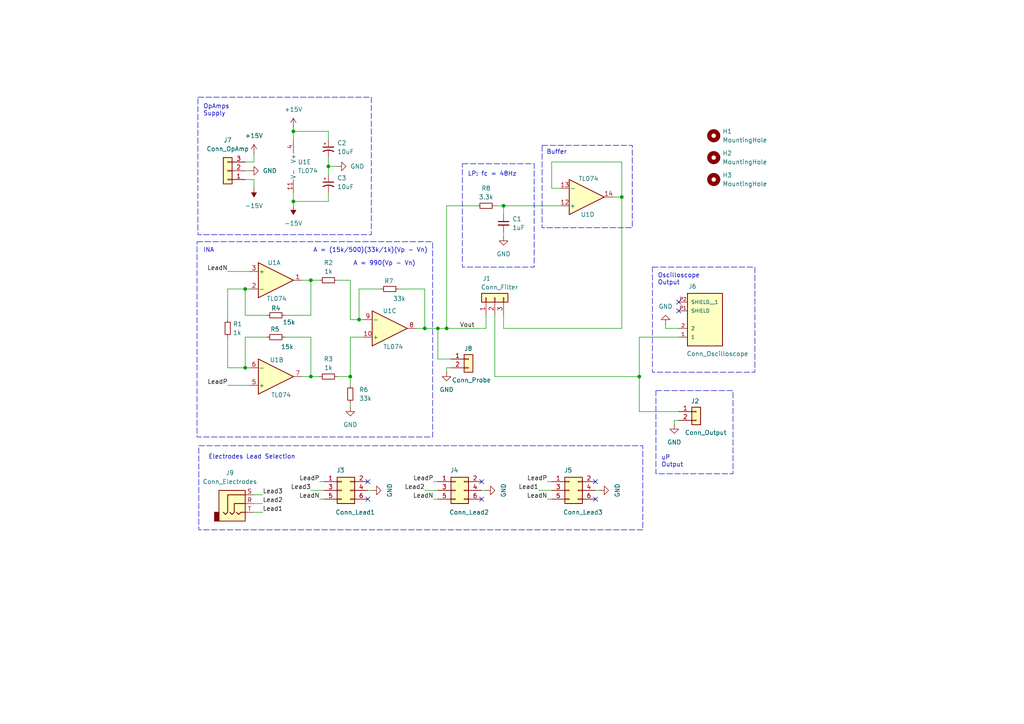
<source format=kicad_sch>
(kicad_sch (version 20231120) (generator "eeschema") (generator_version "8.0")
  (paper "A4")
  (title_block (title "ECG Board") (date "2024-06-03") (rev "1.0") (company "EngrEDU"))
  (lib_symbols
    (symbol "Amplifier_Operational:TL074" (pin_names (offset 0.127))
      (property "Reference" "U" (at 0 5.08 0))
      (property "Value" "TL074" (at 0 -5.08 0))
      (symbol "TL074_1_1"
        (polyline (pts (xy -5.08 5.08) (xy 5.08 0) (xy -5.08 -5.08) (xy -5.08 5.08)) (stroke (width 0.254)) (fill (type background)))
        (pin output line (at 7.62 0 180) (length 2.54) (name "~") (number "1"))
        (pin input line (at -7.62 -2.54 0) (length 2.54) (name "-") (number "2"))
        (pin input line (at -7.62 2.54 0) (length 2.54) (name "+") (number "3"))
      )
      (symbol "TL074_2_1"
        (polyline (pts (xy -5.08 5.08) (xy 5.08 0) (xy -5.08 -5.08) (xy -5.08 5.08)) (stroke (width 0.254)) (fill (type background)))
        (pin input line (at -7.62 2.54 0) (length 2.54) (name "+") (number "5"))
        (pin input line (at -7.62 -2.54 0) (length 2.54) (name "-") (number "6"))
        (pin output line (at 7.62 0 180) (length 2.54) (name "~") (number "7"))
      )
      (symbol "TL074_3_1"
        (polyline (pts (xy -5.08 5.08) (xy 5.08 0) (xy -5.08 -5.08) (xy -5.08 5.08)) (stroke (width 0.254)) (fill (type background)))
        (pin input line (at -7.62 2.54 0) (length 2.54) (name "+") (number "10"))
        (pin output line (at 7.62 0 180) (length 2.54) (name "~") (number "8"))
        (pin input line (at -7.62 -2.54 0) (length 2.54) (name "-") (number "9"))
      )
      (symbol "TL074_4_1"
        (polyline (pts (xy -5.08 5.08) (xy 5.08 0) (xy -5.08 -5.08) (xy -5.08 5.08)) (stroke (width 0.254)) (fill (type background)))
        (pin input line (at -7.62 2.54 0) (length 2.54) (name "+") (number "12"))
        (pin input line (at -7.62 -2.54 0) (length 2.54) (name "-") (number "13"))
        (pin output line (at 7.62 0 180) (length 2.54) (name "~") (number "14"))
      )
      (symbol "TL074_5_1"
        (pin power_in line (at -2.54 -7.62 90) (length 3.81) (name "V-") (number "11"))
        (pin power_in line (at -2.54 7.62 270) (length 3.81) (name "V+") (number "4"))
      )
    )
    (symbol "AudioJack_CUI_3mm5:AudioJack3"
      (property "Reference" "J3" (at -2.54 -10.16 0))
      (property "Value" "Audio Output Conn" (at -2.54 -7.62 0))
      (symbol "AudioJack3_0_1"
        (rectangle (start -5.08 -5.08) (end -6.35 -2.54) (stroke (width 0.254)) (fill (type outline)))
        (polyline (pts (xy 0 -2.54) (xy 0.635 -3.175) (xy 1.27 -2.54) (xy 2.54 -2.54)) (stroke (width 0.254)))
        (polyline (pts (xy -1.905 -2.54) (xy -1.27 -3.175) (xy -0.635 -2.54) (xy -0.635 0) (xy 2.54 0)) (stroke (width 0.254)))
        (polyline (pts (xy 2.54 2.54) (xy -2.54 2.54) (xy -2.54 -2.54) (xy -3.175 -3.175) (xy -3.81 -2.54)) (stroke (width 0.254)))
        (rectangle (start 2.54 3.81) (end -5.08 -5.08) (stroke (width 0.254)) (fill (type background)))
      )
      (symbol "AudioJack3_1_1"
        (pin passive line (at 5.08 0 180) (length 2.54) (name "~") (number "R"))
        (pin passive line (at 5.08 2.54 180) (length 2.54) (name "~") (number "S"))
        (pin passive line (at 5.08 -2.54 180) (length 2.54) (name "~") (number "T"))
      )
    )
    (symbol "BNC_RightAngle_50ohm:1-1337543-0" (pin_names (offset 1.016))
      (property "Reference" "J" (at -5.0851 5.7208 0))
      (property "Value" "1-1337543-0" (at -5.0825 -12.705 0))
      (symbol "1-1337543-0_0_0"
        (rectangle (start -5.08 -10.16) (end 5.08 5.08) (stroke (width 0.254)) (fill (type background)))
        (pin passive line (at 7.62 2.54 180) (length 2.54) (name "1") (number "1"))
        (pin passive line (at 7.62 0 180) (length 2.54) (name "2") (number "2"))
        (pin passive line (at 7.62 -5.08 180) (length 2.54) (name "SHIELD") (number "P1"))
        (pin passive line (at 7.62 -7.62 180) (length 2.54) (name "SHIELD__1") (number "P2"))
      )
    )
    (symbol "Connector_Generic:Conn_01x02" (pin_names (offset 1.016) hide)
      (property "Reference" "J" (at 0 2.54 0))
      (property "Value" "Conn_01x02" (at 0 -5.08 0))
      (symbol "Conn_01x02_1_1"
        (rectangle (start -1.27 -2.413) (end 0 -2.667) (stroke (width 0.1524)))
        (rectangle (start -1.27 0.127) (end 0 -0.127) (stroke (width 0.1524)))
        (rectangle (start -1.27 1.27) (end 1.27 -3.81) (stroke (width 0.254)) (fill (type background)))
        (pin passive line (at -5.08 0 0) (length 3.81) (name "Pin_1") (number "1"))
        (pin passive line (at -5.08 -2.54 0) (length 3.81) (name "Pin_2") (number "2"))
      )
    )
    (symbol "Connector_Generic:Conn_01x03" (pin_names (offset 1.016) hide)
      (property "Reference" "J" (at 0 5.08 0))
      (property "Value" "Conn_01x03" (at 0 -5.08 0))
      (symbol "Conn_01x03_1_1"
        (rectangle (start -1.27 -2.413) (end 0 -2.667) (stroke (width 0.1524)))
        (rectangle (start -1.27 0.127) (end 0 -0.127) (stroke (width 0.1524)))
        (rectangle (start -1.27 2.667) (end 0 2.413) (stroke (width 0.1524)))
        (rectangle (start -1.27 3.81) (end 1.27 -3.81) (stroke (width 0.254)) (fill (type background)))
        (pin passive line (at -5.08 2.54 0) (length 3.81) (name "Pin_1") (number "1"))
        (pin passive line (at -5.08 0 0) (length 3.81) (name "Pin_2") (number "2"))
        (pin passive line (at -5.08 -2.54 0) (length 3.81) (name "Pin_3") (number "3"))
      )
    )
    (symbol "Connector_Generic:Conn_02x03_Odd_Even" (pin_names (offset 1.016) hide)
      (property "Reference" "J" (at 1.27 5.08 0))
      (property "Value" "Conn_02x03_Odd_Even" (at 1.27 -5.08 0))
      (symbol "Conn_02x03_Odd_Even_1_1"
        (rectangle (start -1.27 -2.413) (end 0 -2.667) (stroke (width 0.1524)))
        (rectangle (start -1.27 0.127) (end 0 -0.127) (stroke (width 0.1524)))
        (rectangle (start -1.27 2.667) (end 0 2.413) (stroke (width 0.1524)))
        (rectangle (start -1.27 3.81) (end 3.81 -3.81) (stroke (width 0.254)) (fill (type background)))
        (rectangle (start 3.81 -2.413) (end 2.54 -2.667) (stroke (width 0.1524)))
        (rectangle (start 3.81 0.127) (end 2.54 -0.127) (stroke (width 0.1524)))
        (rectangle (start 3.81 2.667) (end 2.54 2.413) (stroke (width 0.1524)))
        (pin passive line (at -5.08 2.54 0) (length 3.81) (name "Pin_1") (number "1"))
        (pin passive line (at 7.62 2.54 180) (length 3.81) (name "Pin_2") (number "2"))
        (pin passive line (at -5.08 0 0) (length 3.81) (name "Pin_3") (number "3"))
        (pin passive line (at 7.62 0 180) (length 3.81) (name "Pin_4") (number "4"))
        (pin passive line (at -5.08 -2.54 0) (length 3.81) (name "Pin_5") (number "5"))
        (pin passive line (at 7.62 -2.54 180) (length 3.81) (name "Pin_6") (number "6"))
      )
    )
    (symbol "Device:C_Polarized_Small_US" (pin_numbers hide) (pin_names (offset 0.254) hide)
      (property "Reference" "C" (at 0.254 1.778 0))
      (property "Value" "C_Polarized_Small_US" (at 0.254 -2.032 0))
      (symbol "C_Polarized_Small_US_0_1"
        (polyline (pts (xy -1.524 0.508) (xy 1.524 0.508)) (stroke (width 0.3048)))
        (polyline (pts (xy -1.27 1.524) (xy -0.762 1.524)))
        (polyline (pts (xy -1.016 1.27) (xy -1.016 1.778)))
        (arc (start 1.524 -0.762) (mid 0 -0.3734) (end -1.524 -0.762) (stroke (width 0.3048)))
      )
      (symbol "C_Polarized_Small_US_1_1"
        (pin passive line (at 0 2.54 270) (length 2.032) (name "~") (number "1"))
        (pin passive line (at 0 -2.54 90) (length 2.032) (name "~") (number "2"))
      )
    )
    (symbol "Device:C_Small" (pin_numbers hide) (pin_names (offset 0.254) hide)
      (property "Reference" "C" (at 0.254 1.778 0))
      (property "Value" "C_Small" (at 0.254 -2.032 0))
      (symbol "C_Small_0_1"
        (polyline (pts (xy -1.524 -0.508) (xy 1.524 -0.508)) (stroke (width 0.3302)))
        (polyline (pts (xy -1.524 0.508) (xy 1.524 0.508)) (stroke (width 0.3048)))
      )
      (symbol "C_Small_1_1"
        (pin passive line (at 0 2.54 270) (length 2.032) (name "~") (number "1"))
        (pin passive line (at 0 -2.54 90) (length 2.032) (name "~") (number "2"))
      )
    )
    (symbol "Device:R_Small" (pin_numbers hide) (pin_names (offset 0.254) hide)
      (property "Reference" "R" (at 0.762 0.508 0))
      (property "Value" "R_Small" (at 0.762 -1.016 0))
      (symbol "R_Small_0_1"
        (rectangle (start -0.762 1.778) (end 0.762 -1.778) (stroke (width 0.2032)))
      )
      (symbol "R_Small_1_1"
        (pin passive line (at 0 2.54 270) (length 0.762) (name "~") (number "1"))
        (pin passive line (at 0 -2.54 90) (length 0.762) (name "~") (number "2"))
      )
    )
    (symbol "Mechanical:MountingHole" (pin_names (offset 1.016)) (exclude_from_sim yes) (in_bom no)
      (property "Reference" "H" (at 0 5.08 0))
      (property "Value" "MountingHole" (at 0 3.175 0))
      (symbol "MountingHole_0_1"
        (circle (center 0 0) (radius 1.27) (stroke (width 1.27)))
      )
    )
    (symbol "power:+15V" (power) (pin_numbers hide) (pin_names (offset 0) hide)
      (property "Value" "+15V" (at 0 3.556 0))
      (symbol "+15V_0_1"
        (polyline (pts (xy -0.762 1.27) (xy 0 2.54)))
        (polyline (pts (xy 0 0) (xy 0 2.54)))
        (polyline (pts (xy 0 2.54) (xy 0.762 1.27)))
      )
      (symbol "+15V_1_1"
        (pin power_in line (at 0 0 90) (length 0) (name "~") (number "1"))
      )
    )
    (symbol "power:-15V" (power) (pin_numbers hide) (pin_names (offset 0) hide)
      (property "Value" "-15V" (at 0 3.556 0))
      (symbol "-15V_0_0"
        (pin power_in line (at 0 0 90) (length 0) (name "~") (number "1"))
      )
      (symbol "-15V_0_1"
        (polyline (pts (xy 0 0) (xy 0 1.27) (xy 0.762 1.27) (xy 0 2.54) (xy -0.762 1.27) (xy 0 1.27)) (fill (type outline)))
      )
    )
    (symbol "power:GND" (power) (pin_numbers hide) (pin_names (offset 0) hide)
      (property "Value" "GND" (at 0 -3.81 0))
      (symbol "GND_0_1"
        (polyline (pts (xy 0 0) (xy 0 -1.27) (xy 1.27 -1.27) (xy 0 -2.54) (xy -1.27 -1.27) (xy 0 -1.27)))
      )
      (symbol "GND_1_1"
        (pin power_in line (at 0 0 270) (length 0) (name "~") (number "1"))
      )
    )
  )
  (junction (at 90.17 109.22))
  (junction (at 129.54 95.25))
  (junction (at 180.34 57.15))
  (junction (at 71.12 83.82))
  (junction (at 95.25 48.26))
  (junction (at 185.42 109.22))
  (junction (at 90.17 81.28))
  (junction (at 104.14 92.71))
  (junction (at 85.09 38.1))
  (junction (at 123.19 95.25))
  (junction (at 101.6 109.22))
  (junction (at 71.12 106.68))
  (junction (at 127 95.25))
  (junction (at 85.09 58.42))
  (junction (at 146.05 59.69))
  (no_connect (at 106.68 144.78))
  (no_connect (at 172.72 144.78))
  (no_connect (at 172.72 139.7))
  (no_connect (at 196.85 90.17))
  (no_connect (at 196.85 87.63))
  (no_connect (at 139.7 139.7))
  (no_connect (at 106.68 139.7))
  (no_connect (at 139.7 144.78))
  (wire (pts (xy 101.6 92.71) (xy 101.6 81.28)))
  (wire (pts (xy 156.21 142.24) (xy 160.02 142.24)))
  (wire (pts (xy 185.42 97.79) (xy 185.42 109.22)))
  (wire (pts (xy 90.17 81.28) (xy 87.63 81.28)))
  (wire (pts (xy 85.09 55.88) (xy 85.09 58.42)))
  (wire (pts (xy 158.75 144.78) (xy 160.02 144.78)))
  (wire (pts (xy 73.66 52.07) (xy 73.66 54.61)))
  (wire (pts (xy 82.55 91.44) (xy 90.17 91.44)))
  (wire (pts (xy 123.19 83.82) (xy 123.19 95.25)))
  (wire (pts (xy 146.05 95.25) (xy 180.34 95.25)))
  (wire (pts (xy 71.12 52.07) (xy 73.66 52.07)))
  (wire (pts (xy 180.34 95.25) (xy 180.34 57.15)))
  (wire (pts (xy 196.85 95.25) (xy 193.04 95.25)))
  (wire (pts (xy 180.34 46.99) (xy 180.34 57.15)))
  (wire (pts (xy 82.55 97.79) (xy 90.17 97.79)))
  (wire (pts (xy 139.7 142.24) (xy 140.97 142.24)))
  (wire (pts (xy 71.12 91.44) (xy 71.12 83.82)))
  (wire (pts (xy 185.42 97.79) (xy 196.85 97.79)))
  (wire (pts (xy 101.6 81.28) (xy 97.79 81.28)))
  (wire (pts (xy 90.17 91.44) (xy 90.17 81.28)))
  (wire (pts (xy 123.19 95.25) (xy 127 95.25)))
  (wire (pts (xy 185.42 119.38) (xy 196.85 119.38)))
  (wire (pts (xy 90.17 81.28) (xy 92.71 81.28)))
  (wire (pts (xy 85.09 36.83) (xy 85.09 38.1)))
  (wire (pts (xy 101.6 109.22) (xy 101.6 111.76)))
  (wire (pts (xy 143.51 91.44) (xy 143.51 109.22)))
  (wire (pts (xy 196.85 121.92) (xy 195.58 121.92)))
  (wire (pts (xy 146.05 67.31) (xy 146.05 68.58)))
  (wire (pts (xy 104.14 83.82) (xy 104.14 92.71)))
  (wire (pts (xy 71.12 83.82) (xy 72.39 83.82)))
  (wire (pts (xy 66.04 111.76) (xy 72.39 111.76)))
  (wire (pts (xy 162.56 54.61) (xy 160.02 54.61)))
  (wire (pts (xy 92.71 139.7) (xy 93.98 139.7)))
  (wire (pts (xy 73.66 148.59) (xy 76.2 148.59)))
  (wire (pts (xy 146.05 62.23) (xy 146.05 59.69)))
  (wire (pts (xy 158.75 139.7) (xy 160.02 139.7)))
  (wire (pts (xy 193.04 95.25) (xy 193.04 93.98)))
  (wire (pts (xy 97.79 109.22) (xy 101.6 109.22)))
  (wire (pts (xy 105.41 92.71) (xy 104.14 92.71)))
  (wire (pts (xy 101.6 109.22) (xy 101.6 97.79)))
  (wire (pts (xy 130.81 104.14) (xy 127 104.14)))
  (wire (pts (xy 95.25 38.1) (xy 85.09 38.1)))
  (wire (pts (xy 160.02 46.99) (xy 180.34 46.99)))
  (wire (pts (xy 123.19 95.25) (xy 120.65 95.25)))
  (wire (pts (xy 115.57 83.82) (xy 123.19 83.82)))
  (wire (pts (xy 146.05 59.69) (xy 143.51 59.69)))
  (wire (pts (xy 73.66 46.99) (xy 73.66 44.45)))
  (wire (pts (xy 146.05 91.44) (xy 146.05 95.25)))
  (wire (pts (xy 146.05 59.69) (xy 162.56 59.69)))
  (wire (pts (xy 77.47 91.44) (xy 71.12 91.44)))
  (wire (pts (xy 66.04 78.74) (xy 72.39 78.74)))
  (wire (pts (xy 127 104.14) (xy 127 95.25)))
  (wire (pts (xy 127 95.25) (xy 129.54 95.25)))
  (wire (pts (xy 90.17 109.22) (xy 87.63 109.22)))
  (wire (pts (xy 95.25 48.26) (xy 95.25 50.8)))
  (wire (pts (xy 97.79 48.26) (xy 95.25 48.26)))
  (wire (pts (xy 129.54 95.25) (xy 140.97 95.25)))
  (wire (pts (xy 129.54 59.69) (xy 129.54 95.25)))
  (wire (pts (xy 180.34 57.15) (xy 177.8 57.15)))
  (wire (pts (xy 101.6 116.84) (xy 101.6 118.11)))
  (wire (pts (xy 90.17 97.79) (xy 90.17 109.22)))
  (wire (pts (xy 71.12 97.79) (xy 71.12 106.68)))
  (wire (pts (xy 172.72 142.24) (xy 173.99 142.24)))
  (wire (pts (xy 66.04 106.68) (xy 66.04 97.79)))
  (wire (pts (xy 125.73 139.7) (xy 127 139.7)))
  (wire (pts (xy 95.25 40.64) (xy 95.25 38.1)))
  (wire (pts (xy 129.54 107.95) (xy 129.54 106.68)))
  (wire (pts (xy 140.97 95.25) (xy 140.97 91.44)))
  (wire (pts (xy 160.02 54.61) (xy 160.02 46.99)))
  (wire (pts (xy 92.71 144.78) (xy 93.98 144.78)))
  (wire (pts (xy 95.25 55.88) (xy 95.25 58.42)))
  (wire (pts (xy 106.68 142.24) (xy 107.95 142.24)))
  (wire (pts (xy 71.12 106.68) (xy 66.04 106.68)))
  (wire (pts (xy 101.6 97.79) (xy 105.41 97.79)))
  (wire (pts (xy 66.04 92.71) (xy 66.04 83.82)))
  (wire (pts (xy 77.47 97.79) (xy 71.12 97.79)))
  (wire (pts (xy 125.73 144.78) (xy 127 144.78)))
  (wire (pts (xy 95.25 48.26) (xy 95.25 45.72)))
  (wire (pts (xy 71.12 46.99) (xy 73.66 46.99)))
  (wire (pts (xy 185.42 109.22) (xy 185.42 119.38)))
  (wire (pts (xy 85.09 58.42) (xy 85.09 59.69)))
  (wire (pts (xy 90.17 142.24) (xy 93.98 142.24)))
  (wire (pts (xy 110.49 83.82) (xy 104.14 83.82)))
  (wire (pts (xy 90.17 109.22) (xy 92.71 109.22)))
  (wire (pts (xy 123.19 142.24) (xy 127 142.24)))
  (wire (pts (xy 73.66 146.05) (xy 76.2 146.05)))
  (wire (pts (xy 72.39 106.68) (xy 71.12 106.68)))
  (wire (pts (xy 138.43 59.69) (xy 129.54 59.69)))
  (wire (pts (xy 195.58 121.92) (xy 195.58 123.19)))
  (wire (pts (xy 85.09 38.1) (xy 85.09 40.64)))
  (wire (pts (xy 73.66 143.51) (xy 76.2 143.51)))
  (wire (pts (xy 66.04 83.82) (xy 71.12 83.82)))
  (wire (pts (xy 95.25 58.42) (xy 85.09 58.42)))
  (wire (pts (xy 129.54 106.68) (xy 130.81 106.68)))
  (wire (pts (xy 104.14 92.71) (xy 101.6 92.71)))
  (wire (pts (xy 71.12 49.53) (xy 72.39 49.53)))
  (wire (pts (xy 143.51 109.22) (xy 185.42 109.22)))
  (rectangle (start 57.404 28.194) (end 107.696 68.072) (stroke (width 0) (type dash)))
  (rectangle (start 57.15 70.104) (end 125.476 126.746) (stroke (width 0) (type dash)))
  (rectangle (start 157.226 42.164) (end 183.388 66.04) (stroke (width 0) (type dash)))
  (rectangle (start 190.246 113.284) (end 212.598 137.414) (stroke (width 0) (type dash)))
  (rectangle (start 57.658 129.286) (end 186.436 153.67) (stroke (width 0) (type dash)))
  (rectangle (start 134.112 47.498) (end 154.94 77.47) (stroke (width 0) (type dash)))
  (rectangle (start 189.23 77.47) (end 218.948 107.95) (stroke (width 0) (type dash)))
  (text "INA" (at 58.928 72.644 0) (effects (font (size 1.27 1.27)) (justify left)))
  (text "Buffer" (at 158.496 44.196 0) (effects (font (size 1.27 1.27)) (justify left)))
  (text "A = 990(Vp - Vn)" (at 111.506 76.454 0) (effects (font (size 1.27 1.27))))
  (text "OpAmps\nSupply" (at 58.928 32.004 0) (effects (font (size 1.27 1.27)) (justify left)))
  (text "Oscilloscope \nOutput" (at 190.754 81.026 0) (effects (font (size 1.27 1.27)) (justify left)))
  (text "A = (15k/500)(33k/1k)(Vp - Vn)" (at 107.442 72.644 0) (effects (font (size 1.27 1.27))))
  (text "uP \nOutput" (at 191.77 133.858 0) (effects (font (size 1.27 1.27)) (justify left)))
  (text "Electrodes Lead Selection" (at 60.452 132.588 0) (effects (font (size 1.27 1.27)) (justify left)))
  (text "LP: fc = 48Hz" (at 142.748 50.546 0) (effects (font (size 1.27 1.27))))
  (label "LeadN" (at 66.04 78.74 180))
  (label "LeadN" (at 158.75 144.78 180))
  (label "LeadN" (at 125.73 144.78 180))
  (label "Lead3" (at 90.17 142.24 180))
  (label "Vout" (at 133.35 95.25 0))
  (label "LeadP" (at 92.71 139.7 180))
  (label "Lead2" (at 76.2 146.05 0))
  (label "Lead1" (at 76.2 148.59 0))
  (label "Lead2" (at 123.19 142.24 180))
  (label "Lead3" (at 76.2 143.51 0))
  (label "LeadP" (at 125.73 139.7 180))
  (label "LeadN" (at 92.71 144.78 180))
  (label "LeadP" (at 158.75 139.7 180))
  (label "LeadP" (at 66.04 111.76 180))
  (label "Lead1" (at 156.21 142.24 180))
  (symbol (lib_id "Device:R_Small") (at 80.01 91.44 90) (unit 1)
    (property "Reference" "R4" (at 80.01 89.408 90))
    (property "Value" "15k" (at 83.82 93.472 90))
    (property "Footprint" "Resistor_THT:R_Axial_DIN0207_L6.3mm_D2.5mm_P10.16mm_Horizontal" (effects (hide yes)))
    (property "Description" "Resistor, small symbol" (effects (hide yes)))
  )
  (symbol (lib_id "power:GND") (at 146.05 68.58 0) (unit 1)
    (property "Reference" "#PWR02" (effects (hide yes)))
    (property "Value" "GND" (at 146.05 73.66 0))
    (property "Description" "Power symbol creates a global label with name \"GND\" , ground" (effects (hide yes)))
  )
  (symbol (lib_id "Device:R_Small") (at 113.03 83.82 270) (unit 1)
    (property "Reference" "R7" (at 112.776 81.534 90))
    (property "Value" "33k" (at 115.824 86.614 90))
    (property "Footprint" "Resistor_THT:R_Axial_DIN0207_L6.3mm_D2.5mm_P10.16mm_Horizontal" (effects (hide yes)))
    (property "Description" "Resistor, small symbol" (effects (hide yes)))
  )
  (symbol (lib_id "power:+15V") (at 85.09 36.83 0) (unit 1)
    (property "Reference" "#PWR03" (effects (hide yes)))
    (property "Value" "+15V" (at 85.09 31.75 0))
    (property "Description" "Power symbol creates a global label with name \"+15V\"" (effects (hide yes)))
  )
  (symbol (lib_id "Device:R_Small") (at 80.01 97.79 90) (unit 1)
    (property "Reference" "R5" (at 79.756 95.504 90))
    (property "Value" "15k" (at 83.312 100.584 90))
    (property "Footprint" "Resistor_THT:R_Axial_DIN0207_L6.3mm_D2.5mm_P10.16mm_Horizontal" (effects (hide yes)))
    (property "Description" "Resistor, small symbol" (effects (hide yes)))
  )
  (symbol (lib_id "Connector_Generic:Conn_01x03") (at 143.51 86.36 90) (unit 1)
    (property "Reference" "J1" (at 139.954 80.772 90) (effects (justify right)))
    (property "Value" "Conn_Filter" (at 139.446 83.312 90) (effects (justify right)))
    (property "Footprint" "Connector_PinHeader_2.54mm:PinHeader_1x03_P2.54mm_Vertical" (effects (hide yes)))
    (property "Description" "Generic connector, single row, 01x03, script generated (kicad-library-utils/schlib/autogen/connector/)" (effects (hide yes)))
  )
  (symbol (lib_id "power:GND") (at 140.97 142.24 90) (unit 1)
    (property "Reference" "#PWR010" (effects (hide yes)))
    (property "Value" "GND" (at 146.05 142.24 0))
    (property "Description" "Power symbol creates a global label with name \"GND\" , ground" (effects (hide yes)))
  )
  (symbol (lib_id "Device:R_Small") (at 66.04 95.25 0) (unit 1)
    (property "Reference" "R1" (at 67.564 93.98 0) (effects (justify left)))
    (property "Value" "1k" (at 67.564 96.52 0) (effects (justify left)))
    (property "Footprint" "Resistor_THT:R_Axial_DIN0207_L6.3mm_D2.5mm_P10.16mm_Horizontal" (effects (hide yes)))
    (property "Description" "Resistor, small symbol" (effects (hide yes)))
  )
  (symbol (lib_id "AudioJack_CUI_3mm5:AudioJack3") (at 68.58 146.05 0) (unit 1)
    (property "Reference" "J9" (at 66.675 137.16 0))
    (property "Value" "Conn_Electrodes" (at 66.675 139.7 0))
    (property "Footprint" "AudioJack_CUI_3mm5:AudioJack_CUI_3mm5" (effects (hide yes)))
    (property "Description" "Audio Jack, 3 Poles (Stereo / TRS)" (effects (hide yes)))
  )
  (symbol (lib_id "Mechanical:MountingHole") (at 207.01 39.37 0) (unit 1) (exclude_from_sim yes) (in_bom no)
    (property "Reference" "H1" (at 209.55 38.0999 0) (effects (justify left)))
    (property "Value" "MountingHole" (at 209.55 40.6399 0) (effects (justify left)))
    (property "Footprint" "MountingHole:MountingHole_3.2mm_M3_Pad" (effects (hide yes)))
    (property "Description" "Mounting Hole without connection" (effects (hide yes)))
  )
  (symbol (lib_id "power:-15V") (at 85.09 59.69 180) (unit 1)
    (property "Reference" "#PWR04" (effects (hide yes)))
    (property "Value" "-15V" (at 85.09 64.77 0))
    (property "Description" "Power symbol creates a global label with name \"-15V\"" (effects (hide yes)))
  )
  (symbol (lib_id "Device:C_Small") (at 146.05 64.77 0) (unit 1)
    (property "Reference" "C1" (at 148.59 63.5062 0) (effects (justify left)))
    (property "Value" "1uF" (at 148.59 66.0462 0) (effects (justify left)))
    (property "Footprint" "Capacitor_THT:C_Disc_D5.0mm_W2.5mm_P5.00mm" (effects (hide yes)))
    (property "Description" "Unpolarized capacitor, small symbol" (effects (hide yes)))
  )
  (symbol (lib_id "Device:R_Small") (at 140.97 59.69 90) (unit 1)
    (property "Reference" "R8" (at 140.97 54.61 90))
    (property "Value" "3.3k" (at 140.97 57.15 90))
    (property "Footprint" "Resistor_THT:R_Axial_DIN0207_L6.3mm_D2.5mm_P10.16mm_Horizontal" (effects (hide yes)))
    (property "Description" "Resistor, small symbol" (effects (hide yes)))
  )
  (symbol (lib_id "Amplifier_Operational:TL074") (at 113.03 95.25 0) (mirror x) (unit 3)
    (property "Reference" "U1" (at 113.03 90.17 0))
    (property "Value" "TL074" (at 114.046 100.584 0))
    (property "Footprint" "Package_DIP:CERDIP-14_W7.62mm_SideBrazed_LongPads_Socket" (effects (hide yes)))
    (property "Datasheet" "http://www.ti.com/lit/ds/symlink/tl071.pdf" (effects (hide yes)))
    (property "Description" "Quad Low-Noise JFET-Input Operational Amplifiers, DIP-14/SOIC-14" (effects (hide yes)))
  )
  (symbol (lib_id "Connector_Generic:Conn_01x02") (at 135.89 104.14 0) (unit 1)
    (property "Reference" "J8" (at 134.62 101.092 0) (effects (justify left)))
    (property "Value" "Conn_Probe" (at 131.064 110.236 0) (effects (justify left)))
    (property "Footprint" "Connector_PinHeader_2.54mm:PinHeader_1x02_P2.54mm_Vertical" (effects (hide yes)))
    (property "Description" "Generic connector, single row, 01x02, script generated (kicad-library-utils/schlib/autogen/connector/)" (effects (hide yes)))
  )
  (symbol (lib_id "Device:R_Small") (at 101.6 114.3 0) (unit 1)
    (property "Reference" "R6" (at 104.14 113.0299 0) (effects (justify left)))
    (property "Value" "33k" (at 104.14 115.5699 0) (effects (justify left)))
    (property "Footprint" "Resistor_THT:R_Axial_DIN0207_L6.3mm_D2.5mm_P10.16mm_Horizontal" (effects (hide yes)))
    (property "Description" "Resistor, small symbol" (effects (hide yes)))
  )
  (symbol (lib_id "power:GND") (at 193.04 93.98 180) (unit 1)
    (property "Reference" "#PWR011" (effects (hide yes)))
    (property "Value" "GND" (at 193.04 88.9 0))
    (property "Description" "Power symbol creates a global label with name \"GND\" , ground" (effects (hide yes)))
  )
  (symbol (lib_id "power:GND") (at 97.79 48.26 90) (unit 1)
    (property "Reference" "#PWR05" (effects (hide yes)))
    (property "Value" "GND" (at 101.6 48.2599 90) (effects (justify right)))
    (property "Description" "Power symbol creates a global label with name \"GND\" , ground" (effects (hide yes)))
  )
  (symbol (lib_id "power:GND") (at 107.95 142.24 90) (unit 1)
    (property "Reference" "#PWR09" (effects (hide yes)))
    (property "Value" "GND" (at 113.03 142.24 0))
    (property "Description" "Power symbol creates a global label with name \"GND\" , ground" (effects (hide yes)))
  )
  (symbol (lib_id "power:GND") (at 101.6 118.11 0) (unit 1)
    (property "Reference" "#PWR01" (effects (hide yes)))
    (property "Value" "GND" (at 101.6 123.19 0))
    (property "Description" "Power symbol creates a global label with name \"GND\" , ground" (effects (hide yes)))
  )
  (symbol (lib_id "Amplifier_Operational:TL074") (at 80.01 109.22 0) (mirror x) (unit 2)
    (property "Reference" "U1" (at 80.264 104.394 0))
    (property "Value" "TL074" (at 81.534 114.554 0))
    (property "Footprint" "Package_DIP:CERDIP-14_W7.62mm_SideBrazed_LongPads_Socket" (effects (hide yes)))
    (property "Datasheet" "http://www.ti.com/lit/ds/symlink/tl071.pdf" (effects (hide yes)))
    (property "Description" "Quad Low-Noise JFET-Input Operational Amplifiers, DIP-14/SOIC-14" (effects (hide yes)))
  )
  (symbol (lib_id "BNC_RightAngle_50ohm:1-1337543-0") (at 204.47 95.25 180) (unit 1)
    (property "Reference" "J6" (at 199.644 83.058 0) (effects (justify right)))
    (property "Value" "Conn_Oscilloscope" (at 199.136 102.616 0) (effects (justify right)))
    (property "Footprint" "BNC_RightAngle_50ohm:BNC_RightAngle_50ohm" (effects (hide yes)))
    (property "Comment" "1-1337543-0" (effects (hide yes)))
    (property "MF" "TE Connectivity" (effects (hide yes)))
    (property "Description_1" "\nRight Angle 50Ohm Thru Hole Bulkhead Fitting BNC Conn,jack,Solder Term Nickel | TE Connectivity 1-1337543-0\n" (effects (hide yes)))
    (property "Package" "None" (effects (hide yes)))
    (property "Price" "None" (effects (hide yes)))
    (property "Check_prices" "https://www.snapeda.com/parts/1-1337543-0/TE+Connectivity+AMP+Connectors/view-part/?ref=eda" (effects (hide yes)))
    (property "TE_PN" "1-1337543-0" (effects (hide yes)))
    (property "SnapEDA_Link" "https://www.snapeda.com/parts/1-1337543-0/TE+Connectivity+AMP+Connectors/view-part/?ref=snap" (effects (hide yes)))
    (property "MP" "1-1337543-0" (effects (hide yes)))
    (property "Availability" "In Stock" (effects (hide yes)))
    (property "MANUFACTURER" "TE CONNECTIVITY" (effects (hide yes)))
  )
  (symbol (lib_id "Amplifier_Operational:TL074") (at 80.01 81.28 0) (unit 1)
    (property "Reference" "U1" (at 79.502 76.2 0))
    (property "Value" "TL074" (at 80.264 86.614 0))
    (property "Footprint" "Package_DIP:CERDIP-14_W7.62mm_SideBrazed_LongPads_Socket" (effects (hide yes)))
    (property "Datasheet" "http://www.ti.com/lit/ds/symlink/tl071.pdf" (effects (hide yes)))
    (property "Description" "Quad Low-Noise JFET-Input Operational Amplifiers, DIP-14/SOIC-14" (effects (hide yes)))
  )
  (symbol (lib_id "Device:C_Polarized_Small_US") (at 95.25 53.34 0) (unit 1)
    (property "Reference" "C3" (at 97.79 51.6381 0) (effects (justify left)))
    (property "Value" "10uF" (at 97.79 54.1781 0) (effects (justify left)))
    (property "Footprint" "Capacitor_THT:CP_Radial_D5.0mm_P2.50mm" (effects (hide yes)))
    (property "Description" "Polarized capacitor, small US symbol" (effects (hide yes)))
  )
  (symbol (lib_id "Connector_Generic:Conn_02x03_Odd_Even") (at 132.08 142.24 0) (unit 1)
    (property "Reference" "J4" (at 130.556 136.398 0) (effects (justify left)))
    (property "Value" "Conn_Lead2" (at 130.302 148.59 0) (effects (justify left)))
    (property "Footprint" "Connector_PinHeader_2.54mm:PinHeader_2x03_P2.54mm_Vertical" (effects (hide yes)))
    (property "Description" "Generic connector, double row, 02x03, odd/even pin numbering scheme (row 1 odd numbers, row 2 even numbers), script generated (kicad-library-utils/schlib/autogen/connector/)" (effects (hide yes)))
  )
  (symbol (lib_id "power:GND") (at 129.54 107.95 0) (unit 1)
    (property "Reference" "#PWR08" (effects (hide yes)))
    (property "Value" "GND" (at 129.54 113.03 0))
    (property "Description" "Power symbol creates a global label with name \"GND\" , ground" (effects (hide yes)))
  )
  (symbol (lib_id "power:-15V") (at 73.66 54.61 180) (unit 1)
    (property "Reference" "#PWR013" (effects (hide yes)))
    (property "Value" "-15V" (at 73.66 59.69 0))
    (property "Description" "Power symbol creates a global label with name \"-15V\"" (effects (hide yes)))
  )
  (symbol (lib_id "power:GND") (at 195.58 123.19 0) (unit 1)
    (property "Reference" "#PWR06" (effects (hide yes)))
    (property "Value" "GND" (at 195.58 128.27 0))
    (property "Description" "Power symbol creates a global label with name \"GND\" , ground" (effects (hide yes)))
  )
  (symbol (lib_id "Amplifier_Operational:TL074") (at 170.18 57.15 0) (mirror x) (unit 4)
    (property "Reference" "U1" (at 170.434 62.23 0))
    (property "Value" "TL074" (at 170.688 51.816 0))
    (property "Footprint" "Package_DIP:CERDIP-14_W7.62mm_SideBrazed_LongPads_Socket" (effects (hide yes)))
    (property "Datasheet" "http://www.ti.com/lit/ds/symlink/tl071.pdf" (effects (hide yes)))
    (property "Description" "Quad Low-Noise JFET-Input Operational Amplifiers, DIP-14/SOIC-14" (effects (hide yes)))
  )
  (symbol (lib_id "power:+15V") (at 73.66 44.45 0) (unit 1)
    (property "Reference" "#PWR012" (effects (hide yes)))
    (property "Value" "+15V" (at 73.66 39.37 0))
    (property "Description" "Power symbol creates a global label with name \"+15V\"" (effects (hide yes)))
  )
  (symbol (lib_id "Mechanical:MountingHole") (at 207.01 45.72 0) (unit 1) (exclude_from_sim yes) (in_bom no)
    (property "Reference" "H2" (at 209.55 44.4499 0) (effects (justify left)))
    (property "Value" "MountingHole" (at 209.55 46.9899 0) (effects (justify left)))
    (property "Footprint" "MountingHole:MountingHole_3.2mm_M3_Pad" (effects (hide yes)))
    (property "Description" "Mounting Hole without connection" (effects (hide yes)))
  )
  (symbol (lib_id "Device:R_Small") (at 95.25 109.22 90) (unit 1)
    (property "Reference" "R3" (at 95.25 104.14 90))
    (property "Value" "1k" (at 95.25 106.68 90))
    (property "Footprint" "Resistor_THT:R_Axial_DIN0207_L6.3mm_D2.5mm_P10.16mm_Horizontal" (effects (hide yes)))
    (property "Description" "Resistor, small symbol" (effects (hide yes)))
  )
  (symbol (lib_id "Device:C_Polarized_Small_US") (at 95.25 43.18 0) (unit 1)
    (property "Reference" "C2" (at 97.79 41.4781 0) (effects (justify left)))
    (property "Value" "10uF" (at 97.79 44.0181 0) (effects (justify left)))
    (property "Footprint" "Capacitor_THT:CP_Radial_D5.0mm_P2.50mm" (effects (hide yes)))
    (property "Description" "Polarized capacitor, small US symbol" (effects (hide yes)))
  )
  (symbol (lib_id "Amplifier_Operational:TL074") (at 87.63 48.26 0) (unit 5)
    (property "Reference" "U1" (at 86.36 46.9899 0) (effects (justify left)))
    (property "Value" "TL074" (at 86.36 49.5299 0) (effects (justify left)))
    (property "Footprint" "Package_DIP:CERDIP-14_W7.62mm_SideBrazed_LongPads_Socket" (effects (hide yes)))
    (property "Datasheet" "http://www.ti.com/lit/ds/symlink/tl071.pdf" (effects (hide yes)))
    (property "Description" "Quad Low-Noise JFET-Input Operational Amplifiers, DIP-14/SOIC-14" (effects (hide yes)))
  )
  (symbol (lib_id "Connector_Generic:Conn_01x03") (at 66.04 49.53 180) (unit 1)
    (property "Reference" "J7" (at 66.04 40.64 0))
    (property "Value" "Conn_OpAmp" (at 66.04 43.18 0))
    (property "Footprint" "Connector_PinHeader_2.54mm:PinHeader_1x03_P2.54mm_Vertical" (effects (hide yes)))
    (property "Description" "Generic connector, single row, 01x03, script generated (kicad-library-utils/schlib/autogen/connector/)" (effects (hide yes)))
  )
  (symbol (lib_id "Mechanical:MountingHole") (at 207.01 52.07 0) (unit 1) (exclude_from_sim yes) (in_bom no)
    (property "Reference" "H3" (at 209.55 50.7999 0) (effects (justify left)))
    (property "Value" "MountingHole" (at 209.55 53.3399 0) (effects (justify left)))
    (property "Footprint" "MountingHole:MountingHole_3.2mm_M3_Pad" (effects (hide yes)))
    (property "Description" "Mounting Hole without connection" (effects (hide yes)))
  )
  (symbol (lib_id "Connector_Generic:Conn_02x03_Odd_Even") (at 99.06 142.24 0) (unit 1)
    (property "Reference" "J3" (at 97.536 136.398 0) (effects (justify left)))
    (property "Value" "Conn_Lead1" (at 97.282 148.59 0) (effects (justify left)))
    (property "Footprint" "Connector_PinHeader_2.54mm:PinHeader_2x03_P2.54mm_Vertical" (effects (hide yes)))
    (property "Description" "Generic connector, double row, 02x03, odd/even pin numbering scheme (row 1 odd numbers, row 2 even numbers), script generated (kicad-library-utils/schlib/autogen/connector/)" (effects (hide yes)))
  )
  (symbol (lib_id "Connector_Generic:Conn_02x03_Odd_Even") (at 165.1 142.24 0) (unit 1)
    (property "Reference" "J5" (at 163.576 136.398 0) (effects (justify left)))
    (property "Value" "Conn_Lead3" (at 163.322 148.59 0) (effects (justify left)))
    (property "Footprint" "Connector_PinHeader_2.54mm:PinHeader_2x03_P2.54mm_Vertical" (effects (hide yes)))
    (property "Description" "Generic connector, double row, 02x03, odd/even pin numbering scheme (row 1 odd numbers, row 2 even numbers), script generated (kicad-library-utils/schlib/autogen/connector/)" (effects (hide yes)))
  )
  (symbol (lib_id "power:GND") (at 72.39 49.53 90) (unit 1)
    (property "Reference" "#PWR014" (effects (hide yes)))
    (property "Value" "GND" (at 76.2 49.5299 90) (effects (justify right)))
    (property "Description" "Power symbol creates a global label with name \"GND\" , ground" (effects (hide yes)))
  )
  (symbol (lib_id "power:GND") (at 173.99 142.24 90) (unit 1)
    (property "Reference" "#PWR07" (effects (hide yes)))
    (property "Value" "GND" (at 179.07 142.24 0))
    (property "Description" "Power symbol creates a global label with name \"GND\" , ground" (effects (hide yes)))
  )
  (symbol (lib_id "Device:R_Small") (at 95.25 81.28 90) (unit 1)
    (property "Reference" "R2" (at 95.25 76.2 90))
    (property "Value" "1k" (at 95.25 78.74 90))
    (property "Footprint" "Resistor_THT:R_Axial_DIN0207_L6.3mm_D2.5mm_P10.16mm_Horizontal" (effects (hide yes)))
    (property "Description" "Resistor, small symbol" (effects (hide yes)))
  )
  (symbol (lib_id "Connector_Generic:Conn_01x02") (at 201.93 119.38 0) (unit 1)
    (property "Reference" "J2" (at 200.406 116.332 0) (effects (justify left)))
    (property "Value" "Conn_Output" (at 198.628 125.476 0) (effects (justify left)))
    (property "Footprint" "Connector_PinHeader_2.54mm:PinHeader_1x02_P2.54mm_Vertical" (effects (hide yes)))
    (property "Description" "Generic connector, single row, 01x02, script generated (kicad-library-utils/schlib/autogen/connector/)" (effects (hide yes)))
  )
)
</source>
